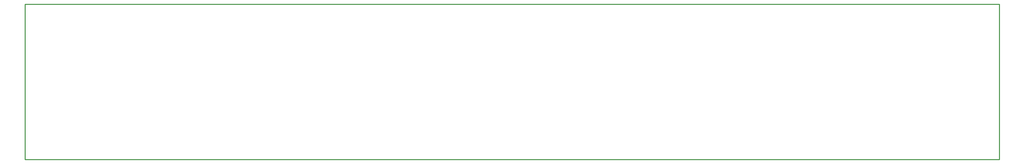
<source format=gbr>
G04 start of page 8 for group 6 idx 6 *
G04 Title: (unknown), outline *
G04 Creator: pcb 20110918 *
G04 CreationDate: Fri 10 Jan 2014 10:12:46 PM GMT UTC *
G04 For: vince *
G04 Format: Gerber/RS-274X *
G04 PCB-Dimensions: 1000000 160000 *
G04 PCB-Coordinate-Origin: lower left *
%MOIN*%
%FSLAX25Y25*%
%LNOUTLINE*%
%ADD115C,0.0100*%
G54D115*X0Y160000D02*Y0D01*
Y160000D02*X1000000D01*
X0Y0D02*X1000000D01*
Y160000D02*Y0D01*
M02*

</source>
